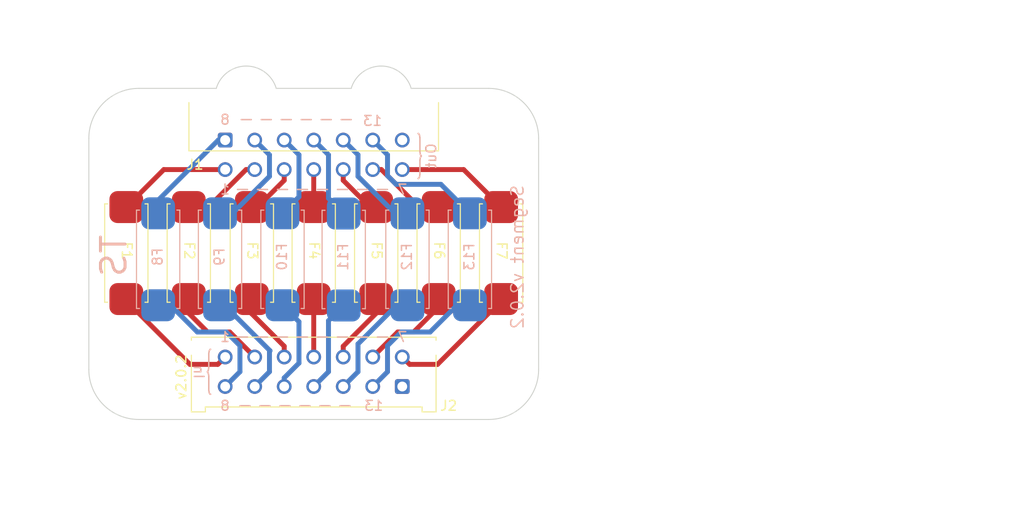
<source format=kicad_pcb>
(kicad_pcb (version 20221018) (generator pcbnew)
  (title_block (title "Segment PCB (HV)") (date "2023-04-05") (rev "2.0.2") (company "SUFST - Southampton University Formula Student Team") (comment 1 "STAG 9") (comment 2 "Tim Brewis"))
  (layers (0 "F.Cu" signal) (31 "B.Cu" signal) (34 "B.Paste" user) (35 "F.Paste" user) (36 "B.SilkS" user "B.Silkscreen") (37 "F.SilkS" user "F.Silkscreen") (38 "B.Mask" user) (39 "F.Mask" user) (44 "Edge.Cuts" user))
  (net 0 "")
  (net 1 "/VTAP_IN_13")
  (net 2 "/VTAP_IN_12")
  (net 3 "/VTAP_IN_11")
  (net 4 "/VTAP_IN_10")
  (net 5 "/VTAP_IN_9")
  (net 6 "/VTAP_IN_8")
  (net 7 "/VTAP_IN_7")
  (net 8 "/VTAP_IN_6")
  (net 9 "/VTAP_IN_5")
  (net 10 "/VTAP_IN_4")
  (net 11 "/VTAP_IN_3")
  (net 12 "/VTAP_IN_2")
  (net 13 "/VTAP_IN_1")
  (net 14 "/VTAP_OUT_1")
  (net 15 "/VTAP_OUT_2")
  (net 16 "/VTAP_OUT_3")
  (net 17 "/VTAP_OUT_4")
  (net 18 "/VTAP_OUT_5")
  (net 19 "/VTAP_OUT_6")
  (net 20 "/VTAP_OUT_7")
  (net 21 "/VTAP_OUT_8")
  (net 22 "/VTAP_OUT_9")
  (net 23 "/VTAP_OUT_10")
  (net 24 "/VTAP_OUT_11")
  (net 25 "/VTAP_OUT_12")
  (net 26 "/VTAP_OUT_13")
  (footprint "SUFST:Littelfuse-04611-25ER" (layer "F.Cu") (at 158.7 95.69 -90)
    (fp_text reference "F5" (at 0 0 -90 unlocked) (layer "F.SilkS"))
    (fp_text value "Fuse")
    (fp_line (start -4.75 -2.14) (end 5.25 -2.14) (stroke (width 0.12)) (layer "F.SilkS"))
    (fp_line (start -4.75 -1.84) (end -4.75 -2.14) (stroke (width 0.12)) (layer "F.SilkS"))
    (fp_line (start -4.75 2.26) (end -4.75 1.96) (stroke (width 0.12)) (layer "F.SilkS"))
    (fp_line (start 5.25 -2.14) (end 5.25 -1.84) (stroke (width 0.12)) (layer "F.SilkS"))
    (fp_line (start 5.25 1.96) (end 5.25 2.26) (stroke (width 0.12)) (layer "F.SilkS"))
    (fp_line (start 5.25 2.26) (end -4.75 2.26) (stroke (width 0.12)) (layer "F.SilkS"))
    (pad "1" smd roundrect (at -4.425 0.06 270) (size 3.25 3.43) (layers "F.Cu" "F.Paste" "F.Mask") (net 18 "/VTAP_OUT_5"))
    (pad "2" smd roundrect (at 4.925 0.06 270) (size 3.25 3.43) (layers "F.Cu" "F.Paste" "F.Mask") (net 9 "/VTAP_IN_5"))
  )
  (footprint "MountingHole:MountingHole_4.3mm_M4" (layer "F.Cu") (at 170.07 107.775 180)
    (fp_text reference "H2" hide)
    (fp_text value "MountingHole")
    (pad "" np_thru_hole circle (at 0 0 180) (size 4.3 4.3) (drill 4.3) (layers "*.Cu" "*.Mask"))
  )
  (footprint "SUFST:Littelfuse-04611-25ER" (layer "F.Cu") (at 146.06 95.69 -90)
    (fp_text reference "F3" (at 0 0 -90 unlocked) (layer "F.SilkS"))
    (fp_text value "Fuse")
    (fp_line (start -4.75 -2.14) (end 5.25 -2.14) (stroke (width 0.12)) (layer "F.SilkS"))
    (fp_line (start -4.75 -1.84) (end -4.75 -2.14) (stroke (width 0.12)) (layer "F.SilkS"))
    (fp_line (start -4.75 2.26) (end -4.75 1.96) (stroke (width 0.12)) (layer "F.SilkS"))
    (fp_line (start 5.25 -2.14) (end 5.25 -1.84) (stroke (width 0.12)) (layer "F.SilkS"))
    (fp_line (start 5.25 1.96) (end 5.25 2.26) (stroke (width 0.12)) (layer "F.SilkS"))
    (fp_line (start 5.25 2.26) (end -4.75 2.26) (stroke (width 0.12)) (layer "F.SilkS"))
    (pad "1" smd roundrect (at -4.425 0.06 270) (size 3.25 3.43) (layers "F.Cu" "F.Paste" "F.Mask") (net 16 "/VTAP_OUT_3"))
    (pad "2" smd roundrect (at 4.925 0.06 270) (size 3.25 3.43) (layers "F.Cu" "F.Paste" "F.Mask") (net 11 "/VTAP_IN_3"))
  )
  (footprint "MountingHole:MountingHole_4.3mm_M4" (layer "F.Cu") (at 170.07 84.28 180)
    (fp_text reference "H4" hide)
    (fp_text value "MountingHole")
    (pad "" np_thru_hole circle (at 0 0 180) (size 4.3 4.3) (drill 4.3) (layers "*.Cu" "*.Mask"))
  )
  (footprint "SUFST:Littelfuse-04611-25ER" (layer "F.Cu") (at 139.65 95.69 -90)
    (fp_text reference "F2" (at 0 0 -90 unlocked) (layer "F.SilkS"))
    (fp_text value "Fuse")
    (fp_line (start -4.75 -2.14) (end 5.25 -2.14) (stroke (width 0.12)) (layer "F.SilkS"))
    (fp_line (start -4.75 -1.84) (end -4.75 -2.14) (stroke (width 0.12)) (layer "F.SilkS"))
    (fp_line (start -4.75 2.26) (end -4.75 1.96) (stroke (width 0.12)) (layer "F.SilkS"))
    (fp_line (start 5.25 -2.14) (end 5.25 -1.84) (stroke (width 0.12)) (layer "F.SilkS"))
    (fp_line (start 5.25 1.96) (end 5.25 2.26) (stroke (width 0.12)) (layer "F.SilkS"))
    (fp_line (start 5.25 2.26) (end -4.75 2.26) (stroke (width 0.12)) (layer "F.SilkS"))
    (pad "1" smd roundrect (at -4.425 0.06 270) (size 3.25 3.43) (layers "F.Cu" "F.Paste" "F.Mask") (net 15 "/VTAP_OUT_2"))
    (pad "2" smd roundrect (at 4.925 0.06 270) (size 3.25 3.43) (layers "F.Cu" "F.Paste" "F.Mask") (net 12 "/VTAP_IN_2"))
  )
  (footprint "SUFST:Littelfuse-04611-25ER" (layer "F.Cu") (at 171.4 95.69 -90)
    (fp_text reference "F7" (at 0 0 -90 unlocked) (layer "F.SilkS"))
    (fp_text value "Fuse")
    (fp_line (start -4.75 -2.14) (end 5.25 -2.14) (stroke (width 0.12)) (layer "F.SilkS"))
    (fp_line (start -4.75 -1.84) (end -4.75 -2.14) (stroke (width 0.12)) (layer "F.SilkS"))
    (fp_line (start -4.75 2.26) (end -4.75 1.96) (stroke (width 0.12)) (layer "F.SilkS"))
    (fp_line (start 5.25 -2.14) (end 5.25 -1.84) (stroke (width 0.12)) (layer "F.SilkS"))
    (fp_line (start 5.25 1.96) (end 5.25 2.26) (stroke (width 0.12)) (layer "F.SilkS"))
    (fp_line (start 5.25 2.26) (end -4.75 2.26) (stroke (width 0.12)) (layer "F.SilkS"))
    (pad "1" smd roundrect (at -4.425 0.06 270) (size 3.25 3.43) (layers "F.Cu" "F.Paste" "F.Mask") (net 20 "/VTAP_OUT_7"))
    (pad "2" smd roundrect (at 4.925 0.06 270) (size 3.25 3.43) (layers "F.Cu" "F.Paste" "F.Mask") (net 7 "/VTAP_IN_7"))
  )
  (footprint "SUFST:Littelfuse-04611-25ER" (layer "F.Cu") (at 165.05 95.69 -90)
    (fp_text reference "F6" (at 0 0 -90 unlocked) (layer "F.SilkS"))
    (fp_text value "Fuse")
    (fp_line (start -4.75 -2.14) (end 5.25 -2.14) (stroke (width 0.12)) (layer "F.SilkS"))
    (fp_line (start -4.75 -1.84) (end -4.75 -2.14) (stroke (width 0.12)) (layer "F.SilkS"))
    (fp_line (start -4.75 2.26) (end -4.75 1.96) (stroke (width 0.12)) (layer "F.SilkS"))
    (fp_line (start 5.25 -2.14) (end 5.25 -1.84) (stroke (width 0.12)) (layer "F.SilkS"))
    (fp_line (start 5.25 1.96) (end 5.25 2.26) (stroke (width 0.12)) (layer "F.SilkS"))
    (fp_line (start 5.25 2.26) (end -4.75 2.26) (stroke (width 0.12)) (layer "F.SilkS"))
    (pad "1" smd roundrect (at -4.425 0.06 270) (size 3.25 3.43) (layers "F.Cu" "F.Paste" "F.Mask") (net 19 "/VTAP_OUT_6"))
    (pad "2" smd roundrect (at 4.925 0.06 270) (size 3.25 3.43) (layers "F.Cu" "F.Paste" "F.Mask") (net 8 "/VTAP_IN_6"))
  )
  (footprint "MountingHole:MountingHole_4.3mm_M4" (layer "F.Cu") (at 134.51 84.28 180)
    (fp_text reference "H1" hide)
    (fp_text value "MountingHole")
    (pad "" np_thru_hole circle (at 0 0 180) (size 4.3 4.3) (drill 4.3) (layers "*.Cu" "*.Mask"))
  )
  (footprint "SUFST:Littelfuse-04611-25ER" (layer "F.Cu") (at 133.3 95.69 -90)
    (fp_text reference "F1" (at 0 0 -90 unlocked) (layer "F.SilkS"))
    (fp_text value "Fuse")
    (fp_line (start -4.75 -2.14) (end 5.25 -2.14) (stroke (width 0.12)) (layer "F.SilkS"))
    (fp_line (start -4.75 -1.84) (end -4.75 -2.14) (stroke (width 0.12)) (layer "F.SilkS"))
    (fp_line (start -4.75 2.26) (end -4.75 1.96) (stroke (width 0.12)) (layer "F.SilkS"))
    (fp_line (start 5.25 -2.14) (end 5.25 -1.84) (stroke (width 0.12)) (layer "F.SilkS"))
    (fp_line (start 5.25 1.96) (end 5.25 2.26) (stroke (width 0.12)) (layer "F.SilkS"))
    (fp_line (start 5.25 2.26) (end -4.75 2.26) (stroke (width 0.12)) (layer "F.SilkS"))
    (pad "1" smd roundrect (at -4.425 0.06 270) (size 3.25 3.43) (layers "F.Cu" "F.Paste" "F.Mask") (net 14 "/VTAP_OUT_1"))
    (pad "2" smd roundrect (at 4.925 0.06 270) (size 3.25 3.43) (layers "F.Cu" "F.Paste" "F.Mask") (net 13 "/VTAP_IN_1"))
  )
  (footprint "SUFST:Littelfuse-04611-25ER" (layer "F.Cu") (at 152.35 95.69 -90)
    (fp_text reference "F4" (at 0 0 -90 unlocked) (layer "F.SilkS"))
    (fp_text value "Fuse")
    (fp_line (start -4.75 -2.14) (end 5.25 -2.14) (stroke (width 0.12)) (layer "F.SilkS"))
    (fp_line (start -4.75 -1.84) (end -4.75 -2.14) (stroke (width 0.12)) (layer "F.SilkS"))
    (fp_line (start -4.75 2.26) (end -4.75 1.96) (stroke (width 0.12)) (layer "F.SilkS"))
    (fp_line (start 5.25 -2.14) (end 5.25 -1.84) (stroke (width 0.12)) (layer "F.SilkS"))
    (fp_line (start 5.25 1.96) (end 5.25 2.26) (stroke (width 0.12)) (layer "F.SilkS"))
    (fp_line (start 5.25 2.26) (end -4.75 2.26) (stroke (width 0.12)) (layer "F.SilkS"))
    (pad "1" smd roundrect (at -4.425 0.06 270) (size 3.25 3.43) (layers "F.Cu" "F.Paste" "F.Mask") (net 17 "/VTAP_OUT_4"))
    (pad "2" smd roundrect (at 4.925 0.06 270) (size 3.25 3.43) (layers "F.Cu" "F.Paste" "F.Mask") (net 10 "/VTAP_IN_4"))
  )
  (footprint "Connector_Molex:Molex_Micro-Fit_3.0_43045-1412_2x07_P3.00mm_Vertical" (layer "F.Cu") (at 161.29 109.505 180)
    (fp_text reference "J2" (at -4.716 -1.953) (layer "F.SilkS"))
    (fp_text value "Voltage Taps In [1-13]")
    (fp_line (start -3.435 -2.58) (end -2.015 -2.58) (stroke (width 0.12)) (layer "F.SilkS"))
    (fp_line (start -3.435 3.18) (end -3.435 -2.58) (stroke (width 0.12)) (layer "F.SilkS"))
    (fp_line (start -3.435 4.7) (end -3.435 5.01) (stroke (width 0.12)) (layer "F.SilkS"))
    (fp_line (start -3.435 5.01) (end 21.435 5.01) (stroke (width 0.12)) (layer "F.SilkS"))
    (fp_line (start -2.015 -2.58) (end -2.015 -2.08) (stroke (width 0.12)) (layer "F.SilkS"))
    (fp_line (start -2.015 -2.08) (end 20.015 -2.08) (stroke (width 0.12)) (layer "F.SilkS"))
    (fp_line (start 20.015 -2.58) (end 21.435 -2.58) (stroke (width 0.12)) (layer "F.SilkS"))
    (fp_line (start 20.015 -2.08) (end 20.015 -2.58) (stroke (width 0.12)) (layer "F.SilkS"))
    (fp_line (start 21.435 -2.58) (end 21.435 3.18) (stroke (width 0.12)) (layer "F.SilkS"))
    (fp_line (start 21.435 5.01) (end 21.435 4.7) (stroke (width 0.12)) (layer "F.SilkS"))
    (pad "" np_thru_hole circle (at -3 3.94 180) (size 1 1) (drill 1) (layers "*.Cu" "*.Mask"))
    (pad "" np_thru_hole circle (at 21 3.94 180) (size 1 1) (drill 1) (layers "*.Cu" "*.Mask"))
    (pad "1" thru_hole roundrect (at 0 0 180) (size 1.5 1.5) (drill 1) (layers "*.Cu" "*.Mask") (roundrect_rratio 0.166667))
    (pad "2" thru_hole circle (at 3 0 180) (size 1.5 1.5) (drill 1) (layers "*.Cu" "*.Mask") (net 1 "/VTAP_IN_13"))
    (pad "3" thru_hole circle (at 6 0 180) (size 1.5 1.5) (drill 1) (layers "*.Cu" "*.Mask") (net 2 "/VTAP_IN_12"))
    (pad "4" thru_hole circle (at 9 0 180) (size 1.5 1.5) (drill 1) (layers "*.Cu" "*.Mask") (net 3 "/VTAP_IN_11"))
    (pad "5" thru_hole circle (at 12 0 180) (size 1.5 1.5) (drill 1) (layers "*.Cu" "*.Mask") (net 4 "/VTAP_IN_10"))
    (pad "6" thru_hole circle (at 15 0 180) (size 1.5 1.5) (drill 1) (layers "*.Cu" "*.Mask") (net 5 "/VTAP_IN_9"))
    (pad "7" thru_hole circle (at 18 0 180) (size 1.5 1.5) (drill 1) (layers "*.Cu" "*.Mask") (net 6 "/VTAP_IN_8"))
    (pad "8" thru_hole circle (at 0 3 180) (size 1.5 1.5) (drill 1) (layers "*.Cu" "*.Mask") (net 7 "/VTAP_IN_7"))
    (pad "9" thru_hole circle (at 3 3 180) (size 1.5 1.5) (drill 1) (layers "*.Cu" "*.Mask") (net 8 "/VTAP_IN_6"))
    (pad "10" thru_hole circle (at 6 3 180) (size 1.5 1.5) (drill 1) (layers "*.Cu" "*.Mask") (net 9 "/VTAP_IN_5"))
    (pad "11" thru_hole circle (at 9 3 180) (size 1.5 1.5) (drill 1) (layers "*.Cu" "*.Mask") (net 10 "/VTAP_IN_4"))
    (pad "12" thru_hole circle (at 12 3 180) (size 1.5 1.5) (drill 1) (layers "*.Cu" "*.Mask") (net 11 "/VTAP_IN_3"))
    (pad "13" thru_hole circle (at 15 3 180) (size 1.5 1.5) (drill 1) (layers "*.Cu" "*.Mask") (net 12 "/VTAP_IN_2"))
    (pad "14" thru_hole circle (at 18 3 180) (size 1.5 1.5) (drill 1) (layers "*.Cu" "*.Mask") (net 13 "/VTAP_IN_1"))
  )
  (footprint "MountingHole:MountingHole_4.3mm_M4" (layer "F.Cu") (at 134.51 107.775 180)
    (fp_text reference "H3" hide)
    (fp_text value "MountingHole")
    (pad "" np_thru_hole circle (at 0 0 180) (size 4.3 4.3) (drill 4.3) (layers "*.Cu" "*.Mask"))
  )
  (footprint "Connector_Molex:Molex_Micro-Fit_3.0_43045-1400_2x07_P3.00mm_Horizontal" (layer "F.Cu") (at 143.29 84.455)
    (fp_text reference "J1" (at -3.065 2.495) (layer "F.SilkS"))
    (fp_text value "Voltage Taps Out [1-13]")
    (fp_line (start -3.685 1.1) (end -3.685 -3.81) (stroke (width 0.12)) (layer "F.SilkS"))
    (fp_line (start 21.685 -3.81) (end 21.685 1.1) (stroke (width 0.12)) (layer "F.SilkS"))
    (fp_line (start 21.685 1.1) (end -3.685 1.1) (stroke (width 0.12)) (layer "F.SilkS"))
    (pad "" np_thru_hole circle (at 2.16 -4.32) (size 3 3) (drill 3) (layers "*.Cu" "*.Mask"))
    (pad "" np_thru_hole circle (at 15.86 -4.32) (size 3 3) (drill 3) (layers "*.Cu" "*.Mask"))
    (pad "1" thru_hole roundrect (at 0 0) (size 1.5 1.5) (drill 1.02) (layers "*.Cu" "*.Mask") (roundrect_rratio 0.166667) (net 21 "/VTAP_OUT_8"))
    (pad "2" thru_hole circle (at 3 0) (size 1.5 1.5) (drill 1.02) (layers "*.Cu" "*.Mask") (net 22 "/VTAP_OUT_9"))
    (pad "3" thru_hole circle (at 6 0) (size 1.5 1.5) (drill 1.02) (layers "*.Cu" "*.Mask") (net 23 "/VTAP_OUT_10"))
    (pad "4" thru_hole circle (at 9 0) (size 1.5 1.5) (drill 1.02) (layers "*.Cu" "*.Mask") (net 24 "/VTAP_OUT_11"))
    (pad "5" thru_hole circle (at 12 0) (size 1.5 1.5) (drill 1.02) (layers "*.Cu" "*.Mask") (net 25 "/VTAP_OUT_12"))
    (pad "6" thru_hole circle (at 15 0) (size 1.5 1.5) (drill 1.02) (layers "*.Cu" "*.Mask") (net 26 "/VTAP_OUT_13"))
    (pad "7" thru_hole circle (at 18 0) (size 1.5 1.5) (drill 1.02) (layers "*.Cu" "*.Mask"))
    (pad "8" thru_hole circle (at 0 3) (size 1.5 1.5) (drill 1.02) (layers "*.Cu" "*.Mask") (net 14 "/VTAP_OUT_1"))
    (pad "9" thru_hole circle (at 3 3) (size 1.5 1.5) (drill 1.02) (layers "*.Cu" "*.Mask") (net 15 "/VTAP_OUT_2"))
    (pad "10" thru_hole circle (at 6 3) (size 1.5 1.5) (drill 1.02) (layers "*.Cu" "*.Mask") (net 16 "/VTAP_OUT_3"))
    (pad "11" thru_hole circle (at 9 3) (size 1.5 1.5) (drill 1.02) (layers "*.Cu" "*.Mask") (net 17 "/VTAP_OUT_4"))
    (pad "12" thru_hole circle (at 12 3) (size 1.5 1.5) (drill 1.02) (layers "*.Cu" "*.Mask") (net 18 "/VTAP_OUT_5"))
    (pad "13" thru_hole circle (at 15 3) (size 1.5 1.5) (drill 1.02) (layers "*.Cu" "*.Mask") (net 19 "/VTAP_OUT_6"))
    (pad "14" thru_hole circle (at 18 3) (size 1.5 1.5) (drill 1.02) (layers "*.Cu" "*.Mask") (net 20 "/VTAP_OUT_7"))
  )
  (footprint "SUFST:Littelfuse-04611-25ER" (layer "B.Cu") (at 136.415 96.325 -90)
    (fp_text reference "F8" (at 0 0 90 unlocked) (layer "B.SilkS") (effects (justify mirror)))
    (fp_text value "Fuse")
    (fp_line (start -4.75 -2.26) (end -4.75 -1.96) (stroke (width 0.12)) (layer "B.SilkS"))
    (fp_line (start -4.75 1.84) (end -4.75 2.14) (stroke (width 0.12)) (layer "B.SilkS"))
    (fp_line (start -4.75 2.14) (end 5.25 2.14) (stroke (width 0.12)) (layer "B.SilkS"))
    (fp_line (start 5.25 -2.26) (end -4.75 -2.26) (stroke (width 0.12)) (layer "B.SilkS"))
    (fp_line (start 5.25 -1.96) (end 5.25 -2.26) (stroke (width 0.12)) (layer "B.SilkS"))
    (fp_line (start 5.25 2.14) (end 5.25 1.84) (stroke (width 0.12)) (layer "B.SilkS"))
    (pad "1" smd roundrect (at -4.425 -0.06 270) (size 3.25 3.43) (layers "B.Cu" "B.Paste" "B.Mask") (net 21 "/VTAP_OUT_8"))
    (pad "2" smd roundrect (at 4.925 -0.06 270) (size 3.25 3.43) (layers "B.Cu" "B.Paste" "B.Mask") (net 6 "/VTAP_IN_8"))
  )
  (footprint "SUFST:Littelfuse-04611-25ER" (layer "B.Cu") (at 168.105 96.325 -90)
    (fp_text reference "F13" (at 0 0 90 unlocked) (layer "B.SilkS") (effects (justify mirror)))
    (fp_text value "Fuse")
    (fp_line (start -4.75 -2.26) (end -4.75 -1.96) (stroke (width 0.12)) (layer "B.SilkS"))
    (fp_line (start -4.75 1.84) (end -4.75 2.14) (stroke (width 0.12)) (layer "B.SilkS"))
    (fp_line (start -4.75 2.14) (end 5.25 2.14) (stroke (width 0.12)) (layer "B.SilkS"))
    (fp_line (start 5.25 -2.26) (end -4.75 -2.26) (stroke (width 0.12)) (layer "B.SilkS"))
    (fp_line (start 5.25 -1.96) (end 5.25 -2.26) (stroke (width 0.12)) (layer "B.SilkS"))
    (fp_line (start 5.25 2.14) (end 5.25 1.84) (stroke (width 0.12)) (layer "B.SilkS"))
    (pad "1" smd roundrect (at -4.425 -0.06 270) (size 3.25 3.43) (layers "B.Cu" "B.Paste" "B.Mask") (net 26 "/VTAP_OUT_13"))
    (pad "2" smd roundrect (at 4.925 -0.06 270) (size 3.25 3.43) (layers "B.Cu" "B.Paste" "B.Mask") (net 1 "/VTAP_IN_13"))
  )
  (footprint "SUFST:Littelfuse-04611-25ER" (layer "B.Cu") (at 142.705 96.325 -90)
    (fp_text reference "F9" (at 0 0 90 unlocked) (layer "B.SilkS") (effects (justify mirror)))
    (fp_text value "Fuse")
    (fp_line (start -4.75 -2.26) (end -4.75 -1.96) (stroke (width 0.12)) (layer "B.SilkS"))
    (fp_line (start -4.75 1.84) (end -4.75 2.14) (stroke (width 0.12)) (layer "B.SilkS"))
    (fp_line (start -4.75 2.14) (end 5.25 2.14) (stroke (width 0.12)) (layer "B.SilkS"))
    (fp_line (start 5.25 -2.26) (end -4.75 -2.26) (stroke (width 0.12)) (layer "B.SilkS"))
    (fp_line (start 5.25 -1.96) (end 5.25 -2.26) (stroke (width 0.12)) (layer "B.SilkS"))
    (fp_line (start 5.25 2.14) (end 5.25 1.84) (stroke (width 0.12)) (layer "B.SilkS"))
    (pad "1" smd roundrect (at -4.425 -0.06 270) (size 3.25 3.43) (layers "B.Cu" "B.Paste" "B.Mask") (net 22 "/VTAP_OUT_9"))
    (pad "2" smd roundrect (at 4.925 -0.06 270) (size 3.25 3.43) (layers "B.Cu" "B.Paste" "B.Mask") (net 5 "/VTAP_IN_9"))
  )
  (footprint "SUFST:Littelfuse-04611-25ER" (layer "B.Cu") (at 155.278 96.345 -90)
    (fp_text reference "F11" (at 0 0 90 unlocked) (layer "B.SilkS") (effects (justify mirror)))
    (fp_text value "Fuse")
    (fp_line (start -4.75 -2.26) (end -4.75 -1.96) (stroke (width 0.12)) (layer "B.SilkS"))
    (fp_line (start -4.75 1.84) (end -4.75 2.14) (stroke (width 0.12)) (layer "B.SilkS"))
    (fp_line (start -4.75 2.14) (end 5.25 2.14) (stroke (width 0.12)) (layer "B.SilkS"))
    (fp_line (start 5.25 -2.26) (end -4.75 -2.26) (stroke (width 0.12)) (layer "B.SilkS"))
    (fp_line (start 5.25 -1.96) (end 5.25 -2.26) (stroke (width 0.12)) (layer "B.SilkS"))
    (fp_line (start 5.25 2.14) (end 5.25 1.84) (stroke (width 0.12)) (layer "B.SilkS"))
    (pad "1" smd roundrect (at -4.425 -0.06 270) (size 3.25 3.43) (layers "B.Cu" "B.Paste" "B.Mask") (net 24 "/VTAP_OUT_11"))
    (pad "2" smd roundrect (at 4.925 -0.06 270) (size 3.25 3.43) (layers "B.Cu" "B.Paste" "B.Mask") (net 3 "/VTAP_IN_11"))
  )
  (footprint "SUFST:Littelfuse-04611-25ER" (layer "B.Cu") (at 161.755 96.325 -90)
    (fp_text reference "F12" (at 0 0 90 unlocked) (layer "B.SilkS") (effects (justify mirror)))
    (fp_text value "Fuse")
    (fp_line (start -4.75 -2.26) (end -4.75 -1.96) (stroke (width 0.12)) (layer "B.SilkS"))
    (fp_line (start -4.75 1.84) (end -4.75 2.14) (stroke (width 0.12)) (layer "B.SilkS"))
    (fp_line (start -4.75 2.14) (end 5.25 2.14) (stroke (width 0.12)) (layer "B.SilkS"))
    (fp_line (start 5.25 -2.26) (end -4.75 -2.26) (stroke (width 0.12)) (layer "B.SilkS"))
    (fp_line (start 5.25 -1.96) (end 5.25 -2.26) (stroke (width 0.12)) (layer "B.SilkS"))
    (fp_line (start 5.25 2.14) (end 5.25 1.84) (stroke (width 0.12)) (layer "B.SilkS"))
    (pad "1" smd roundrect (at -4.425 -0.06 270) (size 3.25 3.43) (layers "B.Cu" "B.Paste" "B.Mask") (net 25 "/VTAP_OUT_12"))
    (pad "2" smd roundrect (at 4.925 -0.06 270) (size 3.25 3.43) (layers "B.Cu" "B.Paste" "B.Mask") (net 2 "/VTAP_IN_12"))
  )
  (footprint "SUFST:Littelfuse-04611-25ER" (layer "B.Cu") (at 149.055 96.325 -90)
    (fp_text reference "F10" (at 0 0 90 unlocked) (layer "B.SilkS") (effects (justify mirror)))
    (fp_text value "Fuse")
    (fp_line (start -4.75 -2.26) (end -4.75 -1.96) (stroke (width 0.12)) (layer "B.SilkS"))
    (fp_line (start -4.75 1.84) (end -4.75 2.14) (stroke (width 0.12)) (layer "B.SilkS"))
    (fp_line (start -4.75 2.14) (end 5.25 2.14) (stroke (width 0.12)) (layer "B.SilkS"))
    (fp_line (start 5.25 -2.26) (end -4.75 -2.26) (stroke (width 0.12)) (layer "B.SilkS"))
    (fp_line (start 5.25 -1.96) (end 5.25 -2.26) (stroke (width 0.12)) (layer "B.SilkS"))
    (fp_line (start 5.25 2.14) (end 5.25 1.84) (stroke (width 0.12)) (layer "B.SilkS"))
    (pad "1" smd roundrect (at -4.425 -0.06 270) (size 3.25 3.43) (layers "B.Cu" "B.Paste" "B.Mask") (net 23 "/VTAP_OUT_10"))
    (pad "2" smd roundrect (at 4.925 -0.06 270) (size 3.25 3.43) (layers "B.Cu" "B.Paste" "B.Mask") (net 4 "/VTAP_IN_10"))
  )
  (gr_line (start 155.973 111.458) (end 154.957 111.458) (stroke (width 0.15)) (layer "B.SilkS"))
  (gr_line (start 149.623 104.473) (end 148.607 104.473) (stroke (width 0.15)) (layer "B.SilkS"))
  (gr_line (start 155.719 89.477) (end 154.703 89.477) (stroke (width 0.15)) (layer "B.SilkS"))
  (gr_line (start 159.783 104.473) (end 158.767 104.473) (stroke (width 0.15)) (layer "B.SilkS"))
  (gr_line (start 156.1 82.375) (end 155.084 82.375) (stroke (width 0.15)) (layer "B.SilkS"))
  (gr_line (start 153.687 89.477) (end 152.671 89.477) (stroke (width 0.15)) (layer "B.SilkS"))
  (gr_line (start 157.751 89.477) (end 156.735 89.477) (stroke (width 0.15)) (layer "B.SilkS"))
  (gr_line (start 154.068 82.375) (end 153.052 82.375) (stroke (width 0.15)) (layer "B.SilkS"))
  (gr_line (start 153.687 104.473) (end 152.671 104.473) (stroke (width 0.15)) (layer "B.SilkS"))
  (gr_line (start 147.845 111.458) (end 146.829 111.458) (stroke (width 0.15)) (layer "B.SilkS"))
  (gr_line (start 157.751 104.473) (end 156.735 104.473) (stroke (width 0.15)) (layer "B.SilkS"))
  (gr_line (start 152.036 82.375) (end 151.02 82.375) (stroke (width 0.15)) (layer "B.SilkS"))
  (gr_line (start 153.941 111.458) (end 152.925 111.458) (stroke (width 0.15)) (layer "B.SilkS"))
  (gr_line (start 149.877 111.458) (end 148.861 111.458) (stroke (width 0.15)) (layer "B.SilkS"))
  (gr_line (start 147.591 89.477) (end 146.575 89.477) (stroke (width 0.15)) (layer "B.SilkS"))
  (gr_line (start 151.655 89.477) (end 150.639 89.477) (stroke (width 0.15)) (layer "B.SilkS"))
  (gr_line (start 150.004 82.375) (end 148.988 82.375) (stroke (width 0.15)) (layer "B.SilkS"))
  (gr_line (start 155.719 104.473) (end 154.703 104.473) (stroke (width 0.15)) (layer "B.SilkS"))
  (gr_line (start 145.559 89.477) (end 144.543 89.477) (stroke (width 0.15)) (layer "B.SilkS"))
  (gr_line (start 159.783 89.477) (end 158.767 89.477) (stroke (width 0.15)) (layer "B.SilkS"))
  (gr_line (start 149.623 89.477) (end 148.607 89.477) (stroke (width 0.15)) (layer "B.SilkS"))
  (gr_line (start 151.655 104.473) (end 150.639 104.473) (stroke (width 0.15)) (layer "B.SilkS"))
  (gr_line (start 145.813 111.458) (end 144.797 111.458) (stroke (width 0.15)) (layer "B.SilkS"))
  (gr_line (start 145.94 82.375) (end 144.924 82.375) (stroke (width 0.15)) (layer "B.SilkS"))
  (gr_line (start 147.591 104.473) (end 146.575 104.473) (stroke (width 0.15)) (layer "B.SilkS"))
  (gr_line (start 145.559 104.473) (end 144.543 104.473) (stroke (width 0.15)) (layer "B.SilkS"))
  (gr_line (start 147.972 82.375) (end 146.956 82.375) (stroke (width 0.15)) (layer "B.SilkS"))
  (gr_line (start 151.909 111.458) (end 150.893 111.458) (stroke (width 0.15)) (layer "B.SilkS"))
  (gr_arc (start 129.43 84.28) (mid 130.917898 80.687898) (end 134.51 79.2) (stroke (width 0.1)) (layer "Edge.Cuts"))
  (gr_arc (start 170.07 79.2) (mid 173.662102 80.687898) (end 175.15 84.28) (stroke (width 0.1)) (layer "Edge.Cuts"))
  (gr_arc (start 142.384001 79.2) (mid 145.431999 76.932197) (end 148.479997 79.2) (stroke (width 0.1)) (layer "Edge.Cuts"))
  (gr_line (start 148.479997 79.2) (end 156.1 79.2) (stroke (width 0.1)) (layer "Edge.Cuts"))
  (gr_line (start 134.51 79.2) (end 142.384 79.2) (stroke (width 0.1)) (layer "Edge.Cuts"))
  (gr_arc (start 156.1 79.2) (mid 159.148 76.932195) (end 162.196 79.2) (stroke (width 0.1)) (layer "Edge.Cuts"))
  (gr_arc (start 175.15 107.775) (mid 173.662102 111.367102) (end 170.07 112.855) (stroke (width 0.1)) (layer "Edge.Cuts"))
  (gr_line (start 170.07 112.855) (end 134.51 112.855) (stroke (width 0.1)) (layer "Edge.Cuts"))
  (gr_line (start 162.196 79.2) (end 170.07 79.2) (stroke (width 0.1)) (layer "Edge.Cuts"))
  (gr_arc (start 134.51 112.855) (mid 130.917898 111.367102) (end 129.43 107.775) (stroke (width 0.1)) (layer "Edge.Cuts"))
  (gr_line (start 129.43 107.775) (end 129.43 84.28) (stroke (width 0.1)) (layer "Edge.Cuts"))
  (gr_line (start 175.15 84.28) (end 175.15 107.775) (stroke (width 0.1)) (layer "Edge.Cuts"))
  (gr_text "8" (at 143.273 111.458) (layer "B.SilkS") (effects (font (size 1 1)) (justify mirror)))
  (gr_text "Out" (at 164.228 86.058 90) (layer "B.SilkS") (effects (font (size 1 1)) (justify mirror)))
  (gr_text "}" (at 141.622 107.775) (layer "B.SilkS") (effects (font (size 3 1)) (justify mirror)))
  (gr_text "Segment v2.0.2" (at 172.991 96.345 90) (layer "B.SilkS") (effects (font (size 1.25 1.25)) (justify mirror)))
  (gr_text "1\n" (at 143.273 89.477) (layer "B.SilkS") (effects (font (size 1 1)) (justify mirror)))
  (gr_text "13" (at 158.386 111.458) (layer "B.SilkS") (effects (font (size 1 1)) (justify mirror)))
  (gr_text "13" (at 158.259 82.502) (layer "B.SilkS") (effects (font (size 1 1)) (justify mirror)))
  (gr_text "7" (at 161.307 89.477) (layer "B.SilkS") (effects (font (size 1 1)) (justify mirror)))
  (gr_text "1\n" (at 143.273 104.473) (layer "B.SilkS") (effects (font (size 1 1)) (justify mirror)))
  (gr_text "7" (at 161.307 104.473) (layer "B.SilkS") (effects (font (size 1 1)) (justify mirror)))
  (gr_text "TS" (at 131.97 96.218 90) (layer "B.SilkS") (effects (font (size 2.5 2.5) (thickness 0.3)) (justify mirror)))
  (gr_text "In" (at 140.606 108.029 -90) (layer "B.SilkS") (effects (font (size 1 1)) (justify mirror)))
  (gr_text "8" (at 143.273 82.375) (layer "B.SilkS") (effects (font (size 1 1)) (justify mirror)))
  (gr_text "}" (at 163.085 86.312 180) (layer "B.SilkS") (effects (font (size 3 1)) (justify mirror)))
  (gr_text "v2.0.2" (at 138.828 108.537 90) (layer "F.SilkS") (effects (font (size 1 1))))
  (segment (start 159.79 108.005) (end 159.79 105.355) (width 0.5) (layer "B.Cu") (net 1))
  (segment (start 159.79 105.355) (end 161.18 103.965) (width 0.5) (layer "B.Cu") (net 1))
  (segment (start 161.18 103.965) (end 164.122233 103.965) (width 0.5) (layer "B.Cu") (net 1))
  (segment (start 164.122233 103.965) (end 166.837233 101.25) (width 0.5) (layer "B.Cu") (net 1))
  (segment (start 166.837233 101.25) (end 168.165 101.25) (width 0.5) (layer "B.Cu") (net 1))
  (segment (start 158.29 109.505) (end 159.79 108.005) (width 0.5) (layer "B.Cu") (net 1))
  (segment (start 160.72 101.25) (end 161.815 101.25) (width 0.5) (layer "B.Cu") (net 2))
  (segment (start 155.29 109.505) (end 156.79 108.005) (width 0.5) (layer "B.Cu") (net 2))
  (segment (start 156.79 108.005) (end 156.79 105.18) (width 0.5) (layer "B.Cu") (net 2))
  (segment (start 156.79 105.18) (end 160.72 101.25) (width 0.5) (layer "B.Cu") (net 2))
  (segment (start 153.79 102.818) (end 155.338 101.27) (width 0.5) (layer "B.Cu") (net 3))
  (segment (start 153.79 108.005) (end 153.79 102.818) (width 0.5) (layer "B.Cu") (net 3))
  (segment (start 152.29 109.505) (end 153.79 108.005) (width 0.5) (layer "B.Cu") (net 3))
  (segment (start 150.79 102.925) (end 149.115 101.25) (width 0.5) (layer "B.Cu") (net 4))
  (segment (start 149.29 109.505) (end 149.29 108.626321) (width 0.5) (layer "B.Cu") (net 4))
  (segment (start 149.29 108.626321) (end 150.79 107.126321) (width 0.5) (layer "B.Cu") (net 4))
  (segment (start 150.79 107.126321) (end 150.79 102.925) (width 0.5) (layer "B.Cu") (net 4))
  (segment (start 147.79 108.005) (end 147.79 105.925) (width 0.5) (layer "B.Cu") (net 5))
  (segment (start 146.29 109.505) (end 147.79 108.005) (width 0.5) (layer "B.Cu") (net 5))
  (segment (start 143.225 101.25) (end 142.765 101.25) (width 0.5) (layer "B.Cu") (net 5))
  (segment (start 147.79 105.925) (end 147.845 105.87) (width 0.5) (layer "B.Cu") (net 5))
  (segment (start 147.845 105.87) (end 143.225 101.25) (width 0.5) (layer "B.Cu") (net 5))
  (segment (start 137.742767 101.25) (end 136.475 101.25) (width 0.5) (layer "B.Cu") (net 6))
  (segment (start 144.79 108.005) (end 144.79 105.355) (width 0.5) (layer "B.Cu") (net 6))
  (segment (start 140.457767 103.965) (end 137.742767 101.25) (width 0.5) (layer "B.Cu") (net 6))
  (segment (start 143.4 103.965) (end 140.457767 103.965) (width 0.5) (layer "B.Cu") (net 6))
  (segment (start 144.79 105.355) (end 143.4 103.965) (width 0.5) (layer "B.Cu") (net 6))
  (segment (start 143.29 109.505) (end 144.79 108.005) (width 0.5) (layer "B.Cu") (net 6))
  (segment (start 162.04 107.255) (end 164.875 107.255) (width 0.5) (layer "F.Cu") (net 7))
  (segment (start 171.34 100.79) (end 171.34 100.615) (width 0.5) (layer "F.Cu") (net 7))
  (segment (start 161.29 106.505) (end 162.04 107.255) (width 0.5) (layer "F.Cu") (net 7))
  (segment (start 164.875 107.255) (end 171.34 100.79) (width 0.5) (layer "F.Cu") (net 7))
  (segment (start 164.99 101.425) (end 164.99 100.615) (width 0.5) (layer "F.Cu") (net 8))
  (segment (start 162.45 103.965) (end 164.99 101.425) (width 0.5) (layer "F.Cu") (net 8))
  (segment (start 158.29 106.505) (end 160.83 103.965) (width 0.5) (layer "F.Cu") (net 8))
  (segment (start 160.83 103.965) (end 162.45 103.965) (width 0.5) (layer "F.Cu") (net 8))
  (segment (start 158.64 102.06) (end 158.64 100.615) (width 0.5) (layer "F.Cu") (net 9))
  (segment (start 155.29 105.41) (end 158.64 102.06) (width 0.5) (layer "F.Cu") (net 9))
  (segment (start 155.29 106.505) (end 155.29 105.41) (width 0.5) (layer "F.Cu") (net 9))
  (segment (start 152.29 106.505) (end 152.29 100.615) (width 0.5) (layer "F.Cu") (net 10))
  (segment (start 149.29 106.505) (end 149.29 105.41) (width 0.5) (layer "F.Cu") (net 11))
  (segment (start 149.29 105.41) (end 146 102.12) (width 0.5) (layer "F.Cu") (net 11))
  (segment (start 146 102.12) (end 146 100.615) (width 0.5) (layer "F.Cu") (net 11))
  (segment (start 146.29 106.505) (end 143.75 103.965) (width 0.5) (layer "F.Cu") (net 12))
  (segment (start 139.59 102.06) (end 139.59 100.615) (width 0.5) (layer "F.Cu") (net 12))
  (segment (start 141.495 103.965) (end 139.59 102.06) (width 0.5) (layer "F.Cu") (net 12))
  (segment (start 143.75 103.965) (end 141.495 103.965) (width 0.5) (layer "F.Cu") (net 12))
  (segment (start 139.705 107.255) (end 133.24 100.79) (width 0.5) (layer "F.Cu") (net 13))
  (segment (start 143.29 106.505) (end 142.54 107.255) (width 0.5) (layer "F.Cu") (net 13))
  (segment (start 142.54 107.255) (end 139.705 107.255) (width 0.5) (layer "F.Cu") (net 13))
  (segment (start 133.24 100.79) (end 133.24 100.615) (width 0.5) (layer "F.Cu") (net 13))
  (segment (start 137.05 87.455) (end 143.29 87.455) (width 0.5) (layer "F.Cu") (net 14))
  (segment (start 133.24 91.265) (end 137.05 87.455) (width 0.5) (layer "F.Cu") (net 14))
  (segment (start 145.411321 87.455) (end 141.601321 91.265) (width 0.5) (layer "F.Cu") (net 15))
  (segment (start 146.29 87.455) (end 145.411321 87.455) (width 0.5) (layer "F.Cu") (net 15))
  (segment (start 141.601321 91.265) (end 139.59 91.265) (width 0.5) (layer "F.Cu") (net 15))
  (segment (start 146.575 91.265) (end 149.29 88.55) (width 0.5) (layer "F.Cu") (net 16))
  (segment (start 146 91.265) (end 146.575 91.265) (width 0.5) (layer "F.Cu") (net 16))
  (segment (start 149.29 88.55) (end 149.29 87.455) (width 0.5) (layer "F.Cu") (net 16))
  (segment (start 152.29 87.455) (end 152.29 91.265) (width 0.5) (layer "F.Cu") (net 17))
  (segment (start 155.29 88.55) (end 155.29 87.455) (width 0.5) (layer "F.Cu") (net 18))
  (segment (start 158.64 91.265) (end 158.005 91.265) (width 0.5) (layer "F.Cu") (net 18))
  (segment (start 158.005 91.265) (end 155.29 88.55) (width 0.5) (layer "F.Cu") (net 18))
  (segment (start 162.978679 91.265) (end 164.99 91.265) (width 0.5) (layer "F.Cu") (net 19))
  (segment (start 158.29 87.455) (end 159.168679 87.455) (width 0.5) (layer "F.Cu") (net 19))
  (segment (start 159.168679 87.455) (end 162.978679 91.265) (width 0.5) (layer "F.Cu") (net 19))
  (segment (start 161.29 87.455) (end 167.53 87.455) (width 0.5) (layer "F.Cu") (net 20))
  (segment (start 167.53 87.455) (end 171.34 91.265) (width 0.5) (layer "F.Cu") (net 20))
  (segment (start 136.475 90.57) (end 136.475 91.9) (width 0.5) (layer "B.Cu") (net 21))
  (segment (start 143.29 84.455) (end 142.59 84.455) (width 0.5) (layer "B.Cu") (net 21))
  (segment (start 142.59 84.455) (end 136.475 90.57) (width 0.5) (layer "B.Cu") (net 21))
  (segment (start 147.79 85.955) (end 147.79 88.145) (width 0.5) (layer "B.Cu") (net 22))
  (segment (start 147.79 88.145) (end 144.035 91.9) (width 0.5) (layer "B.Cu") (net 22))
  (segment (start 144.035 91.9) (end 142.765 91.9) (width 0.5) (layer "B.Cu") (net 22))
  (segment (start 146.29 84.455) (end 147.79 85.955) (width 0.5) (layer "B.Cu") (net 22))
  (segment (start 150.79 85.955) (end 150.79 90.225) (width 0.5) (layer "B.Cu") (net 23))
  (segment (start 149.29 84.455) (end 150.79 85.955) (width 0.5) (layer "B.Cu") (net 23))
  (segment (start 150.79 90.225) (end 149.115 91.9) (width 0.5) (layer "B.Cu") (net 23))
  (segment (start 153.79 90.372) (end 155.338 91.92) (width 0.5) (layer "B.Cu") (net 24))
  (segment (start 153.79 85.955) (end 153.79 90.372) (width 0.5) (layer "B.Cu") (net 24))
  (segment (start 152.29 84.455) (end 153.79 85.955) (width 0.5) (layer "B.Cu") (net 24))
  (segment (start 160.545 91.9) (end 161.815 91.9) (width 0.5) (layer "B.Cu") (net 25))
  (segment (start 156.79 88.145) (end 160.545 91.9) (width 0.5) (layer "B.Cu") (net 25))
  (segment (start 155.29 84.455) (end 156.79 85.955) (width 0.5) (layer "B.Cu") (net 25))
  (segment (start 156.79 85.955) (end 156.79 88.145) (width 0.5) (layer "B.Cu") (net 25))
  (segment (start 165.22 88.955) (end 168.165 91.9) (width 0.5) (layer "B.Cu") (net 26))
  (segment (start 159.79 88.076321) (end 160.668679 88.955) (width 0.5) (layer "B.Cu") (net 26))
  (segment (start 158.29 84.455) (end 159.79 85.955) (width 0.5) (layer "B.Cu") (net 26))
  (segment (start 159.79 85.955) (end 159.79 88.076321) (width 0.5) (layer "B.Cu") (net 26))
  (segment (start 160.668679 88.955) (end 165.22 88.955) (width 0.5) (layer "B.Cu") (net 26))
)
</source>
